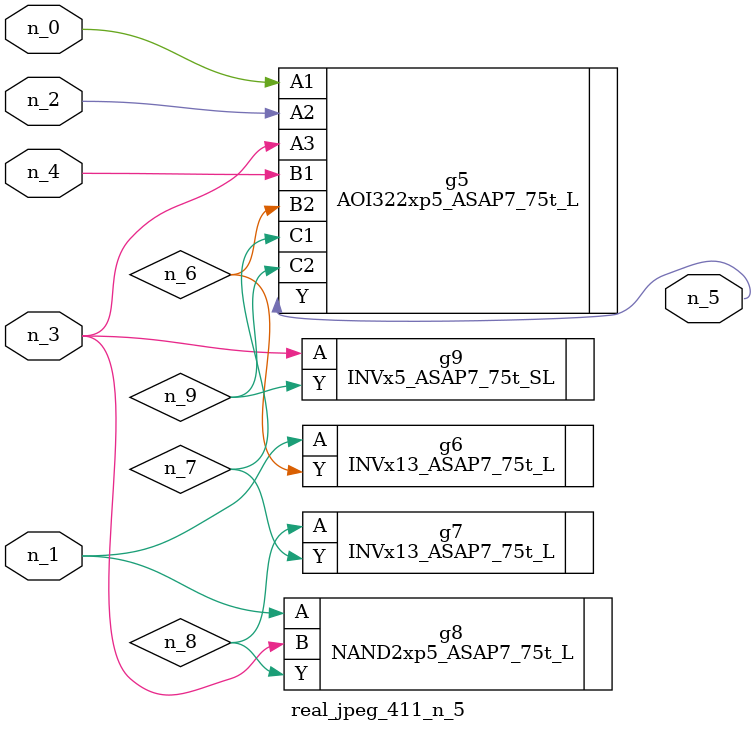
<source format=v>
module real_jpeg_411_n_5 (n_4, n_0, n_1, n_2, n_3, n_5);

input n_4;
input n_0;
input n_1;
input n_2;
input n_3;

output n_5;

wire n_8;
wire n_6;
wire n_7;
wire n_9;

AOI322xp5_ASAP7_75t_L g5 ( 
.A1(n_0),
.A2(n_2),
.A3(n_3),
.B1(n_4),
.B2(n_6),
.C1(n_7),
.C2(n_9),
.Y(n_5)
);

INVx13_ASAP7_75t_L g6 ( 
.A(n_1),
.Y(n_6)
);

NAND2xp5_ASAP7_75t_L g8 ( 
.A(n_1),
.B(n_3),
.Y(n_8)
);

INVx5_ASAP7_75t_SL g9 ( 
.A(n_3),
.Y(n_9)
);

INVx13_ASAP7_75t_L g7 ( 
.A(n_8),
.Y(n_7)
);


endmodule
</source>
